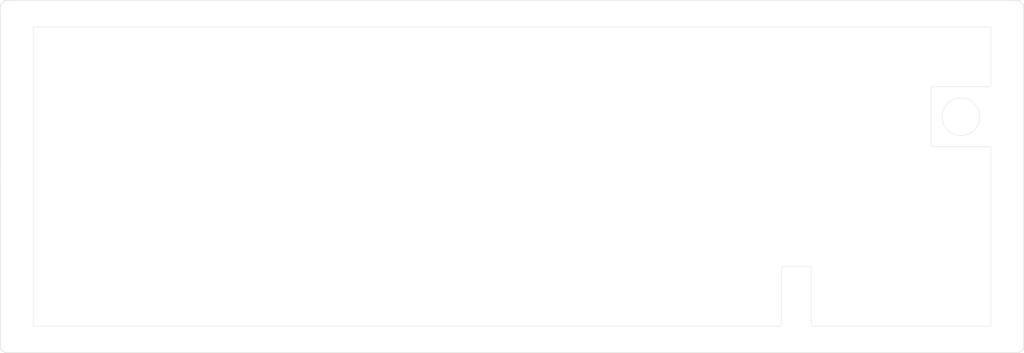
<source format=kicad_pcb>
(kicad_pcb (version 20211014) (generator pcbnew)
  (layers (0 "F.Cu" signal) (31 "B.Cu" signal) (34 "B.Paste" user) (35 "F.Paste" user) (36 "B.SilkS" user "B.Silkscreen") (37 "F.SilkS" user "F.Silkscreen") (38 "B.Mask" user) (39 "F.Mask" user) (44 "Edge.Cuts" user))
  (net 0 "")
  (footprint "kbd_Hole:m2_Screw_Hole_EdgeCuts" (layer "F.Cu") (at 11.075 13.05)
    (fp_text reference "J8" hide)
    (fp_text value "Conn_01x01" hide)
    (fp_circle (center 0 0) (end 1.1 0) (layer "Edge.Cuts") (width 0.01) (fill none))
  )
  (footprint "kbd_Hole:m2_Screw_Hole_EdgeCuts" (layer "F.Cu") (at 11.075 66.65)
    (fp_text reference "J9" hide)
    (fp_text value "Conn_01x01" hide)
    (fp_circle (center 0 0) (end 1.1 0) (layer "Edge.Cuts") (width 0.01) (fill none))
  )
  (footprint "kbd_Hole:m2_Screw_Hole_EdgeCuts" (layer "F.Cu") (at 11.075 120.25)
    (fp_text reference "J10" hide)
    (fp_text value "Conn_01x01" hide)
    (fp_circle (center 0 0) (end 1.1 0) (layer "Edge.Cuts") (width 0.01) (fill none))
  )
  (footprint "kbd_Hole:m2_Screw_Hole_Fab" (layer "F.Cu") (at 108.575 13.05)
    (fp_text reference "J11" hide)
    (fp_text value "Conn_01x01" hide)
  )
  (footprint "kbd_Hole:m2_Screw_Hole_Fab" (layer "F.Cu") (at 234.325 13.05)
    (fp_text reference "J12" hide)
    (fp_text value "Conn_01x01" hide)
  )
  (footprint "kbd_Hole:m2_Screw_Hole_Fab" (layer "F.Cu") (at 108.575 120.25)
    (fp_text reference "J13" hide)
    (fp_text value "Conn_01x01" hide)
  )
  (footprint "kbd_Hole:m2_Screw_Hole_EdgeCuts" (layer "F.Cu") (at 234.325 120.25)
    (fp_text reference "J14" hide)
    (fp_text value "Conn_01x01" hide)
    (fp_circle (center 0 0) (end 1.1 0) (layer "Edge.Cuts") (width 0.01) (fill none))
  )
  (footprint "kbd_Hole:m2_Screw_Hole_EdgeCuts" (layer "F.Cu") (at 331.825 13.05)
    (fp_text reference "J15" hide)
    (fp_text value "Conn_01x01" hide)
    (fp_circle (center 0 0) (end 1.1 0) (layer "Edge.Cuts") (width 0.01) (fill none))
  )
  (footprint "kbd_Hole:m2_Screw_Hole_EdgeCuts" (layer "F.Cu") (at 331.825 66.65)
    (fp_text reference "J16" hide)
    (fp_text value "Conn_01x01" hide)
    (fp_circle (center 0 0) (end 1.1 0) (layer "Edge.Cuts") (width 0.01) (fill none))
  )
  (footprint "kbd_Hole:m2_Screw_Hole_EdgeCuts" (layer "F.Cu") (at 331.825 120.25)
    (fp_text reference "J17" hide)
    (fp_text value "Conn_01x01" hide)
    (fp_circle (center 0 0) (end 1.1 0) (layer "Edge.Cuts") (width 0.01) (fill none))
  )
  (gr_line (start 8.575 12.05) (end 10.075 10.55) (layer "Edge.Cuts") (width 0.15))
  (gr_line (start 334.325 12.05) (end 332.825 10.55) (layer "Edge.Cuts") (width 0.15))
  (gr_line (start 10.075 122.75) (end 8.575 121.25) (layer "Edge.Cuts") (width 0.15))
  (gr_line (start 332.825 122.75) (end 334.325 121.25) (layer "Edge.Cuts") (width 0.15))
  (gr_line (start 323.85 19.55) (end 323.85 37.6) (layer "Edge.Cuts") (width 0.1))
  (gr_line (start 305.3 57.15) (end 323.35 57.15) (layer "Edge.Cuts") (width 0.1))
  (gr_arc (start 257.175 113.8) (mid 257.028553 114.153553) (end 256.675 114.3) (layer "Edge.Cuts") (width 0.1))
  (gr_line (start 266.2 95.25) (end 257.675 95.25) (layer "Edge.Cuts") (width 0.1))
  (gr_arc (start 323.85 37.6) (mid 323.703553 37.953553) (end 323.35 38.1) (layer "Edge.Cuts") (width 0.1))
  (gr_line (start 256.675 114.3) (end 19.55 114.3) (layer "Edge.Cuts") (width 0.1))
  (gr_arc (start 266.2 95.25) (mid 266.553553 95.396447) (end 266.7 95.75) (layer "Edge.Cuts") (width 0.1))
  (gr_line (start 334.325 121.25) (end 334.325 12.05) (layer "Edge.Cuts") (width 0.15))
  (gr_line (start 323.35 114.3) (end 267.2 114.3) (layer "Edge.Cuts") (width 0.1))
  (gr_circle (center 314.325 47.625) (end 314.4 41.625) (layer "Edge.Cuts") (width 0.1) (fill none))
  (gr_line (start 323.35 38.1) (end 305.3 38.1) (layer "Edge.Cuts") (width 0.1))
  (gr_arc (start 323.35 57.15) (mid 323.703553 57.296447) (end 323.85 57.65) (layer "Edge.Cuts") (width 0.1))
  (gr_arc (start 267.2 114.3) (mid 266.846447 114.153553) (end 266.7 113.8) (layer "Edge.Cuts") (width 0.1))
  (gr_arc (start 323.85 113.8) (mid 323.703553 114.153553) (end 323.35 114.3) (layer "Edge.Cuts") (width 0.1))
  (gr_arc (start 257.175 95.75) (mid 257.321447 95.396447) (end 257.675 95.25) (layer "Edge.Cuts") (width 0.1))
  (gr_arc (start 19.55 114.3) (mid 19.196447 114.153553) (end 19.05 113.8) (layer "Edge.Cuts") (width 0.1))
  (gr_line (start 257.175 95.75) (end 257.175 113.8) (layer "Edge.Cuts") (width 0.1))
  (gr_line (start 304.8 38.6) (end 304.8 56.65) (layer "Edge.Cuts") (width 0.1))
  (gr_line (start 8.575 12.05) (end 8.575 121.25) (layer "Edge.Cuts") (width 0.15))
  (gr_line (start 323.85 57.65) (end 323.85 113.8) (layer "Edge.Cuts") (width 0.1))
  (gr_line (start 19.55 19.05) (end 323.35 19.05) (layer "Edge.Cuts") (width 0.1))
  (gr_arc (start 304.8 38.6) (mid 304.946447 38.246447) (end 305.3 38.1) (layer "Edge.Cuts") (width 0.1))
  (gr_arc (start 323.35 19.05) (mid 323.703553 19.196447) (end 323.85 19.55) (layer "Edge.Cuts") (width 0.1))
  (gr_line (start 19.05 113.8) (end 19.05 19.55) (layer "Edge.Cuts") (width 0.1))
  (gr_arc (start 305.3 57.15) (mid 304.946447 57.003553) (end 304.8 56.65) (layer "Edge.Cuts") (width 0.1))
  (gr_line (start 10.075 122.75) (end 332.825 122.75) (layer "Edge.Cuts") (width 0.15))
  (gr_line (start 332.825 10.55) (end 10.075 10.55) (layer "Edge.Cuts") (width 0.15))
  (gr_line (start 266.7 113.8) (end 266.7 95.75) (layer "Edge.Cuts") (width 0.1))
  (gr_arc (start 19.05 19.55) (mid 19.196447 19.196447) (end 19.55 19.05) (layer "Edge.Cuts") (width 0.1))
)
</source>
